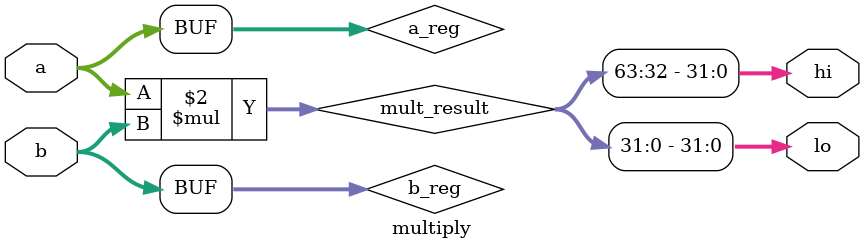
<source format=v>
module multiply(
  input [31:0] a,
  input [31:0] b,
  output [31:0] lo,
  output [31:0] hi
);

  reg [31:0] a_reg, b_reg;
  reg [63:0] mult_result;

  always @* begin
    a_reg = a;
    b_reg = b;
    mult_result = a_reg * b_reg;
  end

  assign lo = mult_result[31:0];
  assign hi = mult_result[63:32];

endmodule
</source>
